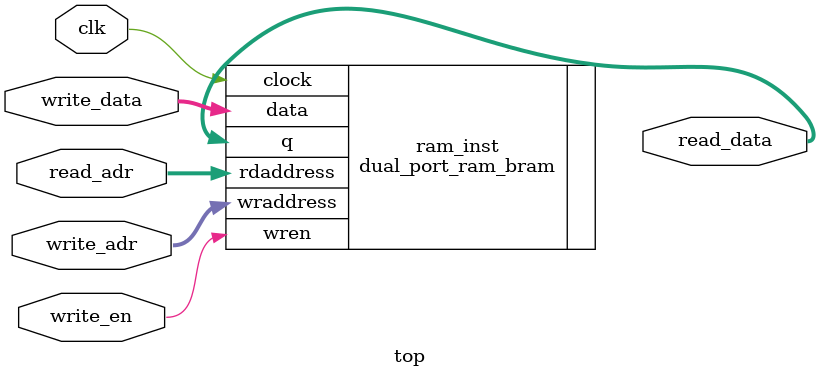
<source format=v>
module top (
    input clk,
    input write_en,
    input [8:0] write_adr,
    input [31:0] write_data,
    input [8:0] read_adr,
    output [31:0] read_data
);

    dual_port_ram_bram ram_inst (
        .clock(clk),
        .data(write_data),
        .rdaddress(read_adr),
        .wraddress(write_adr),
        .wren(write_en),
        .q(read_data)
    );

endmodule

</source>
